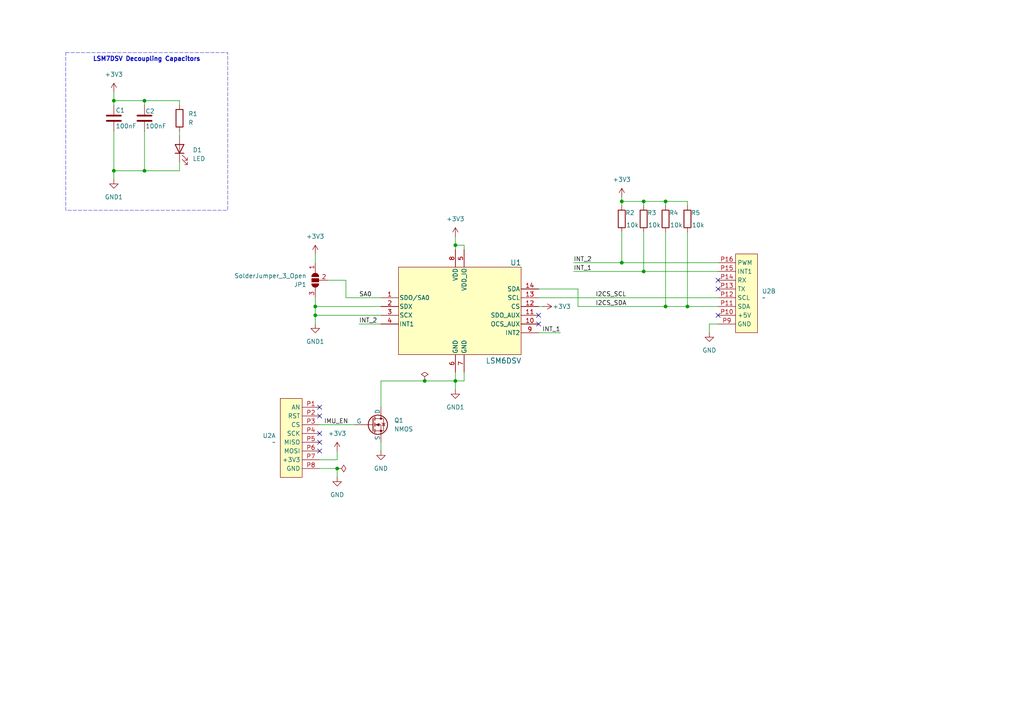
<source format=kicad_sch>
(kicad_sch (version 20250114) (generator "eeschema") (generator_version "9.0")
  (paper "A4")
  (title_block (title "insert_sheet_title") (rev "0") (company "University of Cape Town") (comment 1 "Project: project_name") (comment 2 "Author: name_surname"))
  (lib_symbols
    (symbol "Device:C" (pin_numbers (hide yes)) (pin_names (offset 0.254))
      (property "Reference" "C" (at 0.635 2.54 0))
      (property "Value" "C" (at 0.635 -2.54 0))
      (symbol "C_0_1"
        (polyline (pts (xy -2.032 0.762) (xy 2.032 0.762)) (stroke (width 0.508)))
        (polyline (pts (xy -2.032 -0.762) (xy 2.032 -0.762)) (stroke (width 0.508)))
      )
      (symbol "C_1_1"
        (pin passive line (at 0 3.81 270) (length 2.794) (name "~") (number "1"))
        (pin passive line (at 0 -3.81 90) (length 2.794) (name "~") (number "2"))
      )
    )
    (symbol "Device:LED" (pin_numbers (hide yes)) (pin_names (offset 1.016) (hide yes))
      (property "Reference" "D" (at 0 2.54 0))
      (property "Value" "LED" (at 0 -2.54 0))
      (symbol "LED_0_1"
        (polyline (pts (xy -3.048 -0.762) (xy -4.572 -2.286) (xy -3.81 -2.286) (xy -4.572 -2.286) (xy -4.572 -1.524)))
        (polyline (pts (xy -1.778 -0.762) (xy -3.302 -2.286) (xy -2.54 -2.286) (xy -3.302 -2.286) (xy -3.302 -1.524)))
        (polyline (pts (xy -1.27 0) (xy 1.27 0)))
        (polyline (pts (xy -1.27 -1.27) (xy -1.27 1.27)) (stroke (width 0.254)))
        (polyline (pts (xy 1.27 -1.27) (xy 1.27 1.27) (xy -1.27 0) (xy 1.27 -1.27)) (stroke (width 0.254)))
      )
      (symbol "LED_1_1"
        (pin passive line (at -3.81 0 0) (length 2.54) (name "K") (number "1"))
        (pin passive line (at 3.81 0 180) (length 2.54) (name "A") (number "2"))
      )
    )
    (symbol "Device:R" (pin_numbers (hide yes)) (pin_names (offset 0))
      (property "Reference" "R" (at 2.032 0 90))
      (property "Value" "R" (at 0 0 90))
      (symbol "R_0_1"
        (rectangle (start -1.016 -2.54) (end 1.016 2.54) (stroke (width 0.254)))
      )
      (symbol "R_1_1"
        (pin passive line (at 0 3.81 270) (length 1.27) (name "~") (number "1"))
        (pin passive line (at 0 -3.81 90) (length 1.27) (name "~") (number "2"))
      )
    )
    (symbol "Jumper:SolderJumper_3_Open" (pin_names (offset 0) (hide yes)) (in_bom no)
      (property "Reference" "JP" (at -2.54 -2.54 0))
      (property "Value" "SolderJumper_3_Open" (at 0 2.794 0))
      (symbol "SolderJumper_3_Open_0_1"
        (polyline (pts (xy -2.54 0) (xy -2.032 0)))
        (polyline (pts (xy -1.016 1.016) (xy -1.016 -1.016)))
        (arc (start -1.016 -1.016) (mid -2.0276 0) (end -1.016 1.016))
        (arc (start -1.016 -1.016) (mid -2.0276 0) (end -1.016 1.016) (fill (type outline)))
        (rectangle (start -0.508 1.016) (end 0.508 -1.016) (fill (type outline)))
        (polyline (pts (xy 0 -1.27) (xy 0 -1.016)))
        (arc (start 1.016 1.016) (mid 2.0276 0) (end 1.016 -1.016))
        (arc (start 1.016 1.016) (mid 2.0276 0) (end 1.016 -1.016) (fill (type outline)))
        (polyline (pts (xy 1.016 1.016) (xy 1.016 -1.016)))
        (polyline (pts (xy 2.54 0) (xy 2.032 0)))
      )
      (symbol "SolderJumper_3_Open_1_1"
        (pin passive line (at -5.08 0 0) (length 2.54) (name "A") (number "1"))
        (pin passive line (at 0 -3.81 90) (length 2.54) (name "C") (number "2"))
        (pin passive line (at 5.08 0 180) (length 2.54) (name "B") (number "3"))
      )
    )
    (symbol "LSM6DSV:LSM6DSV" (pin_names (offset 0.254))
      (property "Reference" "U" (at 15.24 14.478 0))
      (property "Value" "LSM6DSV" (at 12.7 -14.224 0))
      (symbol "LSM6DSV_1_1"
        (rectangle (start -17.78 12.7) (end 17.78 -12.7) (fill (type background)))
        (pin passive line (at -22.86 3.81 0) (length 5.08) (name "SDO/SA0") (number "1"))
        (pin passive line (at -22.86 1.27 0) (length 5.08) (name "SDX") (number "2"))
        (pin passive line (at -22.86 -1.27 0) (length 5.08) (name "SCX") (number "3"))
        (pin passive line (at -22.86 -3.81 0) (length 5.08) (name "INT1") (number "4"))
        (pin power_in line (at -1.27 17.78 270) (length 5.08) (name "VDD") (number "8"))
        (pin power_in line (at -1.27 -17.78 90) (length 5.08) (name "GND") (number "6"))
        (pin power_in line (at 1.27 17.78 270) (length 5.08) (name "VDD_IO") (number "5"))
        (pin power_in line (at 1.27 -17.78 90) (length 5.08) (name "GND") (number "7"))
        (pin bidirectional line (at 22.86 6.35 180) (length 5.08) (name "SDA") (number "14"))
        (pin input line (at 22.86 3.81 180) (length 5.08) (name "SCL") (number "13"))
        (pin input line (at 22.86 1.27 180) (length 5.08) (name "CS") (number "12"))
        (pin passive line (at 22.86 -1.27 180) (length 5.08) (name "SDO_AUX") (number "11"))
        (pin passive line (at 22.86 -3.81 180) (length 5.08) (name "OCS_AUX") (number "10"))
        (pin passive line (at 22.86 -6.35 180) (length 5.08) (name "INT2") (number "9"))
      )
    )
    (symbol "Simulation_SPICE:NMOS" (pin_numbers (hide yes)) (pin_names (offset 0))
      (property "Reference" "Q" (at 5.08 1.27 0))
      (property "Value" "NMOS" (at 5.08 -1.27 0))
      (symbol "NMOS_0_1"
        (polyline (pts (xy 0.254 1.905) (xy 0.254 -1.905)) (stroke (width 0.254)))
        (polyline (pts (xy 0.254 0) (xy -2.54 0)))
        (polyline (pts (xy 0.762 2.286) (xy 0.762 1.27)) (stroke (width 0.254)))
        (polyline (pts (xy 0.762 0.508) (xy 0.762 -0.508)) (stroke (width 0.254)))
        (polyline (pts (xy 0.762 -1.27) (xy 0.762 -2.286)) (stroke (width 0.254)))
        (polyline (pts (xy 0.762 -1.778) (xy 3.302 -1.778) (xy 3.302 1.778) (xy 0.762 1.778)))
        (polyline (pts (xy 1.016 0) (xy 2.032 0.381) (xy 2.032 -0.381) (xy 1.016 0)) (fill (type outline)))
        (circle (center 1.651 0) (radius 2.794) (stroke (width 0.254)))
        (polyline (pts (xy 2.54 2.54) (xy 2.54 1.778)))
        (circle (center 2.54 1.778) (radius 0.254) (fill (type outline)))
        (circle (center 2.54 -1.778) (radius 0.254) (fill (type outline)))
        (polyline (pts (xy 2.54 -2.54) (xy 2.54 0) (xy 0.762 0)))
        (polyline (pts (xy 2.794 0.508) (xy 2.921 0.381) (xy 3.683 0.381) (xy 3.81 0.254)))
        (polyline (pts (xy 3.302 0.381) (xy 2.921 -0.254) (xy 3.683 -0.254) (xy 3.302 0.381)))
      )
      (symbol "NMOS_1_1"
        (pin input line (at -5.08 0 0) (length 2.54) (name "G") (number "2"))
        (pin passive line (at 2.54 5.08 270) (length 2.54) (name "D") (number "1"))
        (pin passive line (at 2.54 -5.08 90) (length 2.54) (name "S") (number "3"))
      )
    )
    (symbol "mikroBUS:mikroBUS_Module" (in_bom no)
      (property "Reference" "U" (at 0.508 12.7 0))
      (symbol "mikroBUS_Module_1_0"
        (pin passive line (at -8.89 8.89 0) (length 5.08) (name "AN") (number "P1"))
        (pin passive line (at -8.89 6.35 0) (length 5.08) (name "RST") (number "P2"))
        (pin passive line (at -8.89 3.81 0) (length 5.08) (name "CS") (number "P3"))
        (pin output line (at -8.89 1.27 0) (length 5.08) (name "SCK") (number "P4"))
        (pin input line (at -8.89 -1.27 0) (length 5.08) (name "MISO") (number "P5"))
        (pin output line (at -8.89 -3.81 0) (length 5.08) (name "MOSI") (number "P6"))
        (pin power_out line (at -8.89 -6.35 0) (length 5.08) (name "+3V3") (number "P7"))
        (pin power_in line (at -8.89 -8.89 0) (length 5.08) (name "GND") (number "P8"))
      )
      (symbol "mikroBUS_Module_1_1"
        (rectangle (start -3.81 11.43) (end 2.54 -11.43) (fill (type background)))
      )
      (symbol "mikroBUS_Module_2_0"
        (pin passive line (at -8.89 8.89 0) (length 5.08) (name "PWM") (number "P16"))
        (pin passive line (at -8.89 6.35 0) (length 5.08) (name "INT1") (number "P15"))
        (pin passive line (at -8.89 3.81 0) (length 5.08) (name "RX") (number "P14"))
        (pin passive line (at -8.89 1.27 0) (length 5.08) (name "TX") (number "P13"))
        (pin passive line (at -8.89 -1.27 0) (length 5.08) (name "SCL") (number "P12"))
        (pin passive line (at -8.89 -3.81 0) (length 5.08) (name "SDA") (number "P11"))
        (pin power_out line (at -8.89 -6.35 0) (length 5.08) (name "+5V") (number "P10"))
        (pin power_in line (at -8.89 -8.89 0) (length 5.08) (name "GND") (number "P9"))
      )
      (symbol "mikroBUS_Module_2_1"
        (rectangle (start -3.81 11.43) (end 2.54 -11.43) (fill (type background)))
      )
    )
    (symbol "power:+3V3" (power) (pin_numbers (hide yes)) (pin_names (offset 0) (hide yes))
      (property "Value" "+3V3" (at 0 3.556 0))
      (symbol "+3V3_0_1"
        (polyline (pts (xy -0.762 1.27) (xy 0 2.54)))
        (polyline (pts (xy 0 2.54) (xy 0.762 1.27)))
        (polyline (pts (xy 0 0) (xy 0 2.54)))
      )
      (symbol "+3V3_1_1"
        (pin power_in line (at 0 0 90) (length 0) (name "~") (number "1"))
      )
    )
    (symbol "power:GND" (power) (pin_numbers (hide yes)) (pin_names (offset 0) (hide yes))
      (property "Value" "GND" (at 0 -3.81 0))
      (symbol "GND_0_1"
        (polyline (pts (xy 0 0) (xy 0 -1.27) (xy 1.27 -1.27) (xy 0 -2.54) (xy -1.27 -1.27) (xy 0 -1.27)))
      )
      (symbol "GND_1_1"
        (pin power_in line (at 0 0 270) (length 0) (name "~") (number "1"))
      )
    )
    (symbol "power:GND1" (power) (pin_numbers (hide yes)) (pin_names (offset 0) (hide yes))
      (property "Value" "GND1" (at 0 -3.81 0))
      (symbol "GND1_0_1"
        (polyline (pts (xy 0 0) (xy 0 -1.27) (xy 1.27 -1.27) (xy 0 -2.54) (xy -1.27 -1.27) (xy 0 -1.27)))
      )
      (symbol "GND1_1_1"
        (pin power_in line (at 0 0 270) (length 0) (name "~") (number "1"))
      )
    )
    (symbol "power:PWR_FLAG" (power) (pin_numbers (hide yes)) (pin_names (offset 0) (hide yes))
      (property "Value" "PWR_FLAG" (at 0 3.81 0))
      (symbol "PWR_FLAG_0_0"
        (pin power_out line (at 0 0 90) (length 0) (name "~") (number "1"))
      )
      (symbol "PWR_FLAG_0_1"
        (polyline (pts (xy 0 0) (xy 0 1.27) (xy -1.016 1.905) (xy 0 2.54) (xy 1.016 1.905) (xy 0 1.27)))
      )
    )
  )
  (text_box "LSM7DSV Decoupling Capacitors" (exclude_from_sim yes) (at 19.05 15.24 0) (size 46.99 45.72) (margins 1.0025 1.0025 1.0025 1.0025) (stroke (width 0.1) (type dash)) (effects (font (size 1.27 1.27) (thickness 0.254) (bold yes)) (justify top)))
  (text_box "Schematic Steps for PCB production:\n\n1. Fill in drawing sheet information\n\n2. Make your schematic. I like to use the TITLE block for separating circuits\n\n3. Test points, mounting holes\n\n4. Annotate\n\n5. Run an ERC\n\n6. Assign footprints\n\n7. BOM has an LCSC column, fill in for all components you want populated.\n\n8. Optional unit cost column\n\n9. If circuit is changed, don't forget revision number" (exclude_from_sim yes) (at 297.18 15.24 0) (size 87.63 49.53) (margins 1.125 1.125 1.125 1.125) (fill (type color) (color 255 255 255 1)) (effects (font (size 1.5 1.5)) (justify left top)))
  (junction (at 123.19 110.49))
  (junction (at 180.34 58.42))
  (junction (at 132.08 110.49))
  (junction (at 97.79 135.89))
  (junction (at 180.34 76.2))
  (junction (at 132.08 71.12))
  (junction (at 33.02 29.21))
  (junction (at 193.04 88.9))
  (junction (at 41.91 49.53))
  (junction (at 91.44 88.9))
  (junction (at 41.91 29.21))
  (junction (at 193.04 58.42))
  (junction (at 186.69 78.74))
  (junction (at 91.44 91.44))
  (junction (at 186.69 58.42))
  (junction (at 33.02 49.53))
  (junction (at 199.39 88.9))
  (no_connect (at 92.71 130.81))
  (no_connect (at 92.71 125.73))
  (no_connect (at 92.71 118.11))
  (no_connect (at 156.21 91.44))
  (no_connect (at 208.28 83.82))
  (no_connect (at 92.71 128.27))
  (no_connect (at 208.28 81.28))
  (no_connect (at 92.71 120.65))
  (no_connect (at 156.21 93.98))
  (no_connect (at 208.28 91.44))
  (wire (pts (xy 186.69 67.31) (xy 186.69 78.74)))
  (wire (pts (xy 110.49 128.27) (xy 110.49 130.81)))
  (wire (pts (xy 134.62 72.39) (xy 134.62 71.12)))
  (wire (pts (xy 97.79 138.43) (xy 97.79 135.89)))
  (wire (pts (xy 199.39 59.69) (xy 199.39 58.42)))
  (wire (pts (xy 132.08 71.12) (xy 132.08 72.39)))
  (wire (pts (xy 97.79 135.89) (xy 92.71 135.89)))
  (wire (pts (xy 180.34 57.15) (xy 180.34 58.42)))
  (wire (pts (xy 186.69 78.74) (xy 208.28 78.74)))
  (wire (pts (xy 92.71 133.35) (xy 97.79 133.35)))
  (wire (pts (xy 156.21 83.82) (xy 167.64 83.82)))
  (wire (pts (xy 156.21 96.52) (xy 162.56 96.52)))
  (wire (pts (xy 186.69 59.69) (xy 186.69 58.42)))
  (wire (pts (xy 33.02 38.1) (xy 33.02 49.53)))
  (wire (pts (xy 199.39 88.9) (xy 208.28 88.9)))
  (wire (pts (xy 41.91 49.53) (xy 52.07 49.53)))
  (wire (pts (xy 52.07 29.21) (xy 41.91 29.21)))
  (wire (pts (xy 193.04 59.69) (xy 193.04 58.42)))
  (wire (pts (xy 134.62 71.12) (xy 132.08 71.12)))
  (wire (pts (xy 132.08 68.58) (xy 132.08 71.12)))
  (wire (pts (xy 166.37 76.2) (xy 180.34 76.2)))
  (wire (pts (xy 52.07 30.48) (xy 52.07 29.21)))
  (wire (pts (xy 100.33 81.28) (xy 95.25 81.28)))
  (wire (pts (xy 91.44 91.44) (xy 110.49 91.44)))
  (wire (pts (xy 123.19 110.49) (xy 132.08 110.49)))
  (wire (pts (xy 134.62 107.95) (xy 134.62 110.49)))
  (wire (pts (xy 193.04 67.31) (xy 193.04 88.9)))
  (wire (pts (xy 110.49 86.36) (xy 100.33 86.36)))
  (wire (pts (xy 52.07 39.37) (xy 52.07 38.1)))
  (wire (pts (xy 33.02 49.53) (xy 33.02 52.07)))
  (wire (pts (xy 100.33 86.36) (xy 100.33 81.28)))
  (wire (pts (xy 110.49 110.49) (xy 123.19 110.49)))
  (wire (pts (xy 91.44 73.66) (xy 91.44 76.2)))
  (wire (pts (xy 186.69 58.42) (xy 193.04 58.42)))
  (wire (pts (xy 167.64 83.82) (xy 167.64 88.9)))
  (wire (pts (xy 193.04 88.9) (xy 199.39 88.9)))
  (wire (pts (xy 33.02 29.21) (xy 41.91 29.21)))
  (wire (pts (xy 180.34 58.42) (xy 186.69 58.42)))
  (wire (pts (xy 97.79 133.35) (xy 97.79 130.81)))
  (wire (pts (xy 91.44 86.36) (xy 91.44 88.9)))
  (wire (pts (xy 41.91 30.48) (xy 41.91 29.21)))
  (wire (pts (xy 180.34 58.42) (xy 180.34 59.69)))
  (wire (pts (xy 91.44 91.44) (xy 91.44 93.98)))
  (wire (pts (xy 92.71 123.19) (xy 102.87 123.19)))
  (wire (pts (xy 205.74 96.52) (xy 205.74 93.98)))
  (wire (pts (xy 104.14 93.98) (xy 110.49 93.98)))
  (wire (pts (xy 199.39 58.42) (xy 193.04 58.42)))
  (wire (pts (xy 33.02 29.21) (xy 33.02 30.48)))
  (wire (pts (xy 180.34 67.31) (xy 180.34 76.2)))
  (wire (pts (xy 41.91 38.1) (xy 41.91 49.53)))
  (wire (pts (xy 33.02 26.67) (xy 33.02 29.21)))
  (wire (pts (xy 91.44 88.9) (xy 110.49 88.9)))
  (wire (pts (xy 132.08 110.49) (xy 132.08 113.03)))
  (wire (pts (xy 52.07 49.53) (xy 52.07 46.99)))
  (wire (pts (xy 156.21 88.9) (xy 157.48 88.9)))
  (wire (pts (xy 110.49 118.11) (xy 110.49 110.49)))
  (wire (pts (xy 132.08 110.49) (xy 132.08 107.95)))
  (wire (pts (xy 199.39 67.31) (xy 199.39 88.9)))
  (wire (pts (xy 91.44 88.9) (xy 91.44 91.44)))
  (wire (pts (xy 33.02 49.53) (xy 41.91 49.53)))
  (wire (pts (xy 156.21 86.36) (xy 208.28 86.36)))
  (wire (pts (xy 167.64 88.9) (xy 193.04 88.9)))
  (wire (pts (xy 180.34 76.2) (xy 208.28 76.2)))
  (wire (pts (xy 134.62 110.49) (xy 132.08 110.49)))
  (wire (pts (xy 166.37 78.74) (xy 186.69 78.74)))
  (wire (pts (xy 205.74 93.98) (xy 208.28 93.98)))
  (label "I2CS_SCL" (at 172.72 86.36 0))
  (label "INT_2" (at 166.37 76.2 0))
  (label "INT_1" (at 162.56 96.52 180))
  (label "INT_1" (at 166.37 78.74 0))
  (label "SA0" (at 104.14 86.36 0))
  (label "I2CS_SDA" (at 172.72 88.9 0))
  (label "IMU_EN" (at 93.98 123.19 0))
  (label "INT_2" (at 104.14 93.98 0))
  (symbol (lib_id "power:+3V3") (at 157.48 88.9 270) (unit 1)
    (property "Reference" "#PWR012" (effects (hide yes)))
    (property "Value" "+3V3" (at 160.274 88.9 90) (effects (justify left)))
    (property "Description" "Power symbol creates a global label with name \"+3V3\"" (effects (hide yes)))
  )
  (symbol (lib_id "power:GND1") (at 91.44 93.98 0) (unit 1)
    (property "Reference" "#PWR01" (effects (hide yes)))
    (property "Value" "GND1" (at 91.44 99.06 0))
    (property "Description" "Power symbol creates a global label with name \"GND1\" , ground" (effects (hide yes)))
  )
  (symbol (lib_id "Device:C") (at 33.02 34.29 0) (unit 1)
    (property "Reference" "C1" (at 33.528 32.004 0) (effects (justify left)))
    (property "Value" "100nF" (at 33.528 36.576 0) (effects (justify left)))
    (property "Footprint" "Capacitor_SMD:C_0603_1608Metric_Pad1.08x0.95mm_HandSolder" (effects (hide yes)))
    (property "Description" "Unpolarized capacitor" (effects (hide yes)))
  )
  (symbol (lib_id "Device:C") (at 41.91 34.29 0) (unit 1)
    (property "Reference" "C2" (at 42.164 32.258 0) (effects (justify left)))
    (property "Value" "100nF" (at 42.164 36.576 0) (effects (justify left)))
    (property "Footprint" "Capacitor_SMD:C_0603_1608Metric_Pad1.08x0.95mm_HandSolder" (effects (hide yes)))
    (property "Description" "Unpolarized capacitor" (effects (hide yes)))
  )
  (symbol (lib_id "Device:R") (at 193.04 63.5 0) (unit 1)
    (property "Reference" "R4" (at 194.056 61.722 0) (effects (justify left)))
    (property "Value" "10k" (at 194.31 65.278 0) (effects (justify left)))
    (property "Footprint" "Resistor_SMD:R_0603_1608Metric_Pad0.98x0.95mm_HandSolder" (effects (hide yes)))
    (property "Description" "Resistor" (effects (hide yes)))
  )
  (symbol (lib_id "Device:LED") (at 52.07 43.18 90) (unit 1)
    (property "Reference" "D1" (at 55.88 43.4974 90) (effects (justify right)))
    (property "Value" "LED" (at 55.88 46.0374 90) (effects (justify right)))
    (property "Footprint" "LED_SMD:LED_0805_2012Metric_Pad1.15x1.40mm_HandSolder" (effects (hide yes)))
    (property "Description" "Light emitting diode" (effects (hide yes)))
    (property "Sim.Pins" "1=K 2=A" (effects (hide yes)))
  )
  (symbol (lib_id "power:+3V3") (at 97.79 130.81 0) (unit 1)
    (property "Reference" "#PWR09" (effects (hide yes)))
    (property "Value" "+3V3" (at 97.79 125.73 0))
    (property "Description" "Power symbol creates a global label with name \"+3V3\"" (effects (hide yes)))
  )
  (symbol (lib_id "Simulation_SPICE:NMOS") (at 107.95 123.19 0) (unit 1)
    (property "Reference" "Q1" (at 114.3 121.9199 0) (effects (justify left)))
    (property "Value" "NMOS" (at 114.3 124.4599 0) (effects (justify left)))
    (property "Footprint" "digikey-footprints:SOT-23-3" (effects (hide yes)))
    (property "Datasheet" "https://ngspice.sourceforge.io/docs/ngspice-html-manual/manual.xhtml#cha_MOSFETs" (effects (hide yes)))
    (property "Description" "N-MOSFET transistor, drain/source/gate" (effects (hide yes)))
    (property "Sim.Device" "NMOS" (effects (hide yes)))
    (property "Sim.Type" "VDMOS" (effects (hide yes)))
    (property "Sim.Pins" "1=D 2=G 3=S" (effects (hide yes)))
  )
  (symbol (lib_id "LSM6DSV:LSM6DSV") (at 133.35 90.17 0) (unit 1)
    (property "Reference" "U1" (at 149.606 76.2 0) (effects (font (size 1.524 1.524))))
    (property "Value" "LSM6DSV" (at 146.05 104.648 0) (effects (font (size 1.524 1.524))))
    (property "Footprint" "LSM6DSV:LGA14-L_2P59X3P1X0P5_STM" (effects (hide yes)))
    (property "Datasheet" "LSM6DSV" (effects (hide yes)))
  )
  (symbol (lib_id "Jumper:SolderJumper_3_Open") (at 91.44 81.28 90) (mirror x) (unit 1) (in_bom no)
    (property "Reference" "JP1" (at 88.9 82.5501 90) (effects (justify left)))
    (property "Value" "SolderJumper_3_Open" (at 88.9 80.0101 90) (effects (justify left)))
    (property "Footprint" "Jumper:SolderJumper-3_P1.3mm_Open_RoundedPad1.0x1.5mm_NumberLabels" (effects (hide yes)))
    (property "Description" "Solder Jumper, 3-pole, open" (effects (hide yes)))
  )
  (symbol (lib_id "power:PWR_FLAG") (at 123.19 110.49 0) (unit 1)
    (property "Reference" "#FLG01" (effects (hide yes)))
    (property "Value" "PWR_FLAG" (effects (hide yes)))
    (property "Description" "Special symbol for telling ERC where power comes from" (effects (hide yes)))
  )
  (symbol (lib_id "power:GND") (at 205.74 96.52 0) (unit 1)
    (property "Reference" "#PWR04" (effects (hide yes)))
    (property "Value" "GND" (at 205.74 101.6 0))
    (property "Description" "Power symbol creates a global label with name \"GND\" , ground" (effects (hide yes)))
  )
  (symbol (lib_id "Device:R") (at 186.69 63.5 0) (unit 1)
    (property "Reference" "R3" (at 187.706 61.722 0) (effects (justify left)))
    (property "Value" "10k" (at 187.96 65.278 0) (effects (justify left)))
    (property "Footprint" "Resistor_SMD:R_0603_1608Metric_Pad0.98x0.95mm_HandSolder" (effects (hide yes)))
    (property "Description" "Resistor" (effects (hide yes)))
  )
  (symbol (lib_id "power:+3V3") (at 180.34 57.15 0) (unit 1)
    (property "Reference" "#PWR011" (effects (hide yes)))
    (property "Value" "+3V3" (at 180.34 52.07 0))
    (property "Description" "Power symbol creates a global label with name \"+3V3\"" (effects (hide yes)))
  )
  (symbol (lib_id "power:+3V3") (at 132.08 68.58 0) (unit 1)
    (property "Reference" "#PWR06" (effects (hide yes)))
    (property "Value" "+3V3" (at 132.08 63.5 0))
    (property "Description" "Power symbol creates a global label with name \"+3V3\"" (effects (hide yes)))
  )
  (symbol (lib_id "power:+3V3") (at 33.02 26.67 0) (unit 1)
    (property "Reference" "#PWR07" (effects (hide yes)))
    (property "Value" "+3V3" (at 33.02 21.59 0))
    (property "Description" "Power symbol creates a global label with name \"+3V3\"" (effects (hide yes)))
  )
  (symbol (lib_id "Device:R") (at 180.34 63.5 0) (unit 1)
    (property "Reference" "R2" (at 181.356 61.722 0) (effects (justify left)))
    (property "Value" "10k" (at 181.61 65.278 0) (effects (justify left)))
    (property "Footprint" "Resistor_SMD:R_0603_1608Metric_Pad0.98x0.95mm_HandSolder" (effects (hide yes)))
    (property "Description" "Resistor" (effects (hide yes)))
  )
  (symbol (lib_id "power:GND1") (at 132.08 113.03 0) (unit 1)
    (property "Reference" "#PWR02" (effects (hide yes)))
    (property "Value" "GND1" (at 132.08 118.11 0))
    (property "Description" "Power symbol creates a global label with name \"GND1\" , ground" (effects (hide yes)))
  )
  (symbol (lib_id "power:GND") (at 97.79 138.43 0) (unit 1)
    (property "Reference" "#PWR03" (effects (hide yes)))
    (property "Value" "GND" (at 97.79 143.51 0))
    (property "Description" "Power symbol creates a global label with name \"GND\" , ground" (effects (hide yes)))
  )
  (symbol (lib_id "power:+3V3") (at 91.44 73.66 0) (unit 1)
    (property "Reference" "#PWR05" (effects (hide yes)))
    (property "Value" "+3V3" (at 91.44 68.58 0))
    (property "Description" "Power symbol creates a global label with name \"+3V3\"" (effects (hide yes)))
  )
  (symbol (lib_id "Device:R") (at 52.07 34.29 0) (unit 1)
    (property "Reference" "R1" (at 54.61 33.0199 0) (effects (justify left)))
    (property "Value" "R" (at 54.61 35.5599 0) (effects (justify left)))
    (property "Footprint" "Resistor_SMD:R_0603_1608Metric_Pad0.98x0.95mm_HandSolder" (effects (hide yes)))
    (property "Description" "Resistor" (effects (hide yes)))
  )
  (symbol (lib_id "mikroBUS:mikroBUS_Module") (at 83.82 127 0) (mirror y) (unit 1) (in_bom no)
    (property "Reference" "U2" (at 80.01 126.3649 0) (effects (justify left)))
    (property "Value" "~" (at 80.01 128.27 0) (effects (justify left)))
    (property "Footprint" "mikroBUS:MIKROBUS_HOST_CONN" (effects (hide yes)))
    (property "Description" "IO for a powered mikroBUS module" (effects (hide yes)))
  )
  (symbol (lib_id "power:GND1") (at 33.02 52.07 0) (unit 1)
    (property "Reference" "#PWR08" (effects (hide yes)))
    (property "Value" "GND1" (at 33.02 57.15 0))
    (property "Description" "Power symbol creates a global label with name \"GND1\" , ground" (effects (hide yes)))
  )
  (symbol (lib_id "power:PWR_FLAG") (at 97.79 135.89 270) (unit 1)
    (property "Reference" "#FLG02" (effects (hide yes)))
    (property "Value" "PWR_FLAG" (effects (hide yes)))
    (property "Description" "Special symbol for telling ERC where power comes from" (effects (hide yes)))
  )
  (symbol (lib_id "mikroBUS:mikroBUS_Module") (at 217.17 85.09 0) (unit 2) (in_bom no)
    (property "Reference" "U2" (at 220.98 84.4549 0) (effects (justify left)))
    (property "Value" "~" (at 220.98 86.36 0) (effects (justify left)))
    (property "Footprint" "mikroBUS:MIKROBUS_HOST_CONN" (effects (hide yes)))
    (property "Description" "IO for a powered mikroBUS module" (effects (hide yes)))
  )
  (symbol (lib_id "power:GND") (at 110.49 130.81 0) (unit 1)
    (property "Reference" "#PWR010" (effects (hide yes)))
    (property "Value" "GND" (at 110.49 135.89 0))
    (property "Description" "Power symbol creates a global label with name \"GND\" , ground" (effects (hide yes)))
  )
  (symbol (lib_id "Device:R") (at 199.39 63.5 0) (unit 1)
    (property "Reference" "R5" (at 200.406 61.722 0) (effects (justify left)))
    (property "Value" "10k" (at 200.66 65.278 0) (effects (justify left)))
    (property "Footprint" "Resistor_SMD:R_0603_1608Metric_Pad0.98x0.95mm_HandSolder" (effects (hide yes)))
    (property "Description" "Resistor" (effects (hide yes)))
  )
)
</source>
